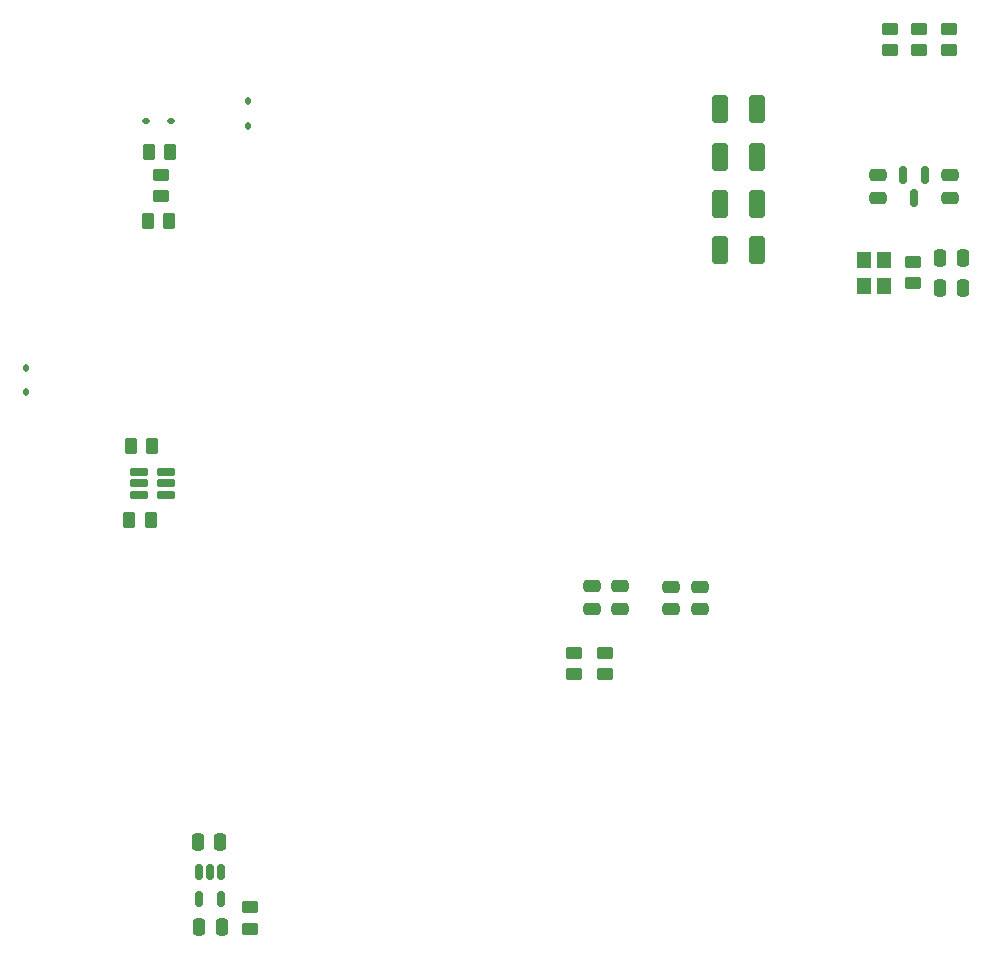
<source format=gbr>
%TF.GenerationSoftware,KiCad,Pcbnew,9.0.0*%
%TF.CreationDate,2025-05-15T14:37:16+04:00*%
%TF.ProjectId,_1921__015,1a313932-3112-4133-9031-352e6b696361,rev?*%
%TF.SameCoordinates,Original*%
%TF.FileFunction,Paste,Bot*%
%TF.FilePolarity,Positive*%
%FSLAX46Y46*%
G04 Gerber Fmt 4.6, Leading zero omitted, Abs format (unit mm)*
G04 Created by KiCad (PCBNEW 9.0.0) date 2025-05-15 14:37:16*
%MOMM*%
%LPD*%
G01*
G04 APERTURE LIST*
G04 Aperture macros list*
%AMRoundRect*
0 Rectangle with rounded corners*
0 $1 Rounding radius*
0 $2 $3 $4 $5 $6 $7 $8 $9 X,Y pos of 4 corners*
0 Add a 4 corners polygon primitive as box body*
4,1,4,$2,$3,$4,$5,$6,$7,$8,$9,$2,$3,0*
0 Add four circle primitives for the rounded corners*
1,1,$1+$1,$2,$3*
1,1,$1+$1,$4,$5*
1,1,$1+$1,$6,$7*
1,1,$1+$1,$8,$9*
0 Add four rect primitives between the rounded corners*
20,1,$1+$1,$2,$3,$4,$5,0*
20,1,$1+$1,$4,$5,$6,$7,0*
20,1,$1+$1,$6,$7,$8,$9,0*
20,1,$1+$1,$8,$9,$2,$3,0*%
G04 Aperture macros list end*
%ADD10RoundRect,0.250000X0.262500X0.450000X-0.262500X0.450000X-0.262500X-0.450000X0.262500X-0.450000X0*%
%ADD11RoundRect,0.250000X0.450000X-0.262500X0.450000X0.262500X-0.450000X0.262500X-0.450000X-0.262500X0*%
%ADD12RoundRect,0.250000X-0.450000X0.262500X-0.450000X-0.262500X0.450000X-0.262500X0.450000X0.262500X0*%
%ADD13R,1.200000X1.400000*%
%ADD14RoundRect,0.112500X0.112500X-0.187500X0.112500X0.187500X-0.112500X0.187500X-0.112500X-0.187500X0*%
%ADD15RoundRect,0.250000X-0.475000X0.250000X-0.475000X-0.250000X0.475000X-0.250000X0.475000X0.250000X0*%
%ADD16RoundRect,0.150000X-0.650000X-0.150000X0.650000X-0.150000X0.650000X0.150000X-0.650000X0.150000X0*%
%ADD17RoundRect,0.250000X-0.250000X-0.475000X0.250000X-0.475000X0.250000X0.475000X-0.250000X0.475000X0*%
%ADD18RoundRect,0.250000X0.475000X-0.250000X0.475000X0.250000X-0.475000X0.250000X-0.475000X-0.250000X0*%
%ADD19RoundRect,0.250000X0.412500X0.925000X-0.412500X0.925000X-0.412500X-0.925000X0.412500X-0.925000X0*%
%ADD20RoundRect,0.150000X-0.150000X0.587500X-0.150000X-0.587500X0.150000X-0.587500X0.150000X0.587500X0*%
%ADD21RoundRect,0.250000X0.250000X0.475000X-0.250000X0.475000X-0.250000X-0.475000X0.250000X-0.475000X0*%
%ADD22RoundRect,0.112500X0.187500X0.112500X-0.187500X0.112500X-0.187500X-0.112500X0.187500X-0.112500X0*%
%ADD23RoundRect,0.150000X-0.150000X0.512500X-0.150000X-0.512500X0.150000X-0.512500X0.150000X0.512500X0*%
%ADD24RoundRect,0.112500X-0.112500X0.187500X-0.112500X-0.187500X0.112500X-0.187500X0.112500X0.187500X0*%
%ADD25RoundRect,0.250000X-0.262500X-0.450000X0.262500X-0.450000X0.262500X0.450000X-0.262500X0.450000X0*%
G04 APERTURE END LIST*
D10*
%TO.C,R26*%
X112412500Y-61450000D03*
X110587500Y-61450000D03*
%TD*%
D11*
%TO.C,R3*%
X175400000Y-66712500D03*
X175400000Y-64887500D03*
%TD*%
%TO.C,R12*%
X175900000Y-47000000D03*
X175900000Y-45175000D03*
%TD*%
D12*
%TO.C,R1*%
X146700000Y-98000000D03*
X146700000Y-99825000D03*
%TD*%
%TO.C,R27*%
X111700000Y-57550000D03*
X111700000Y-59375000D03*
%TD*%
D13*
%TO.C,Y1*%
X172900000Y-64800000D03*
X172900000Y-67000000D03*
X171200000Y-67000000D03*
X171200000Y-64800000D03*
%TD*%
D14*
%TO.C,D7*%
X119100000Y-53375000D03*
X119100000Y-51275000D03*
%TD*%
D11*
%TO.C,R2*%
X149300000Y-99825000D03*
X149300000Y-98000000D03*
%TD*%
D10*
%TO.C,R15*%
X110825000Y-86775000D03*
X109000000Y-86775000D03*
%TD*%
D15*
%TO.C,C11*%
X157300000Y-92450000D03*
X157300000Y-94350000D03*
%TD*%
D16*
%TO.C,U3*%
X109860000Y-84615000D03*
X109860000Y-83665000D03*
X109860000Y-82715000D03*
X112160000Y-82715000D03*
X112160000Y-83665000D03*
X112160000Y-84615000D03*
%TD*%
D17*
%TO.C,C7*%
X114950000Y-121200000D03*
X116850000Y-121200000D03*
%TD*%
D15*
%TO.C,C15*%
X148200000Y-92400000D03*
X148200000Y-94300000D03*
%TD*%
D18*
%TO.C,C8*%
X172400000Y-59500000D03*
X172400000Y-57600000D03*
%TD*%
D10*
%TO.C,R16*%
X110960000Y-80515000D03*
X109135000Y-80515000D03*
%TD*%
D19*
%TO.C,C17*%
X162137500Y-56000000D03*
X159062500Y-56000000D03*
%TD*%
D17*
%TO.C,C1*%
X177700000Y-67100000D03*
X179600000Y-67100000D03*
%TD*%
D19*
%TO.C,C18*%
X162137500Y-60000000D03*
X159062500Y-60000000D03*
%TD*%
D20*
%TO.C,D1*%
X174500000Y-57600000D03*
X176400000Y-57600000D03*
X175450000Y-59475000D03*
%TD*%
D17*
%TO.C,C2*%
X177700000Y-64600000D03*
X179600000Y-64600000D03*
%TD*%
D21*
%TO.C,C5*%
X116700000Y-114000000D03*
X114800000Y-114000000D03*
%TD*%
D11*
%TO.C,R6*%
X119200000Y-121400000D03*
X119200000Y-119575000D03*
%TD*%
%TO.C,R10*%
X178400000Y-47000000D03*
X178400000Y-45175000D03*
%TD*%
D18*
%TO.C,C9*%
X178500000Y-59500000D03*
X178500000Y-57600000D03*
%TD*%
D15*
%TO.C,C14*%
X150600000Y-92400000D03*
X150600000Y-94300000D03*
%TD*%
D22*
%TO.C,D9*%
X112550000Y-53000000D03*
X110450000Y-53000000D03*
%TD*%
D23*
%TO.C,TPS3823-1*%
X114900000Y-116600000D03*
X115850000Y-116600000D03*
X116800000Y-116600000D03*
X116800000Y-118875000D03*
X114900000Y-118875000D03*
%TD*%
D19*
%TO.C,C19*%
X162137500Y-63900000D03*
X159062500Y-63900000D03*
%TD*%
D11*
%TO.C,R11*%
X173400000Y-47000000D03*
X173400000Y-45175000D03*
%TD*%
D19*
%TO.C,C20*%
X162137500Y-52000000D03*
X159062500Y-52000000D03*
%TD*%
D24*
%TO.C,D8*%
X100300000Y-73875000D03*
X100300000Y-75975000D03*
%TD*%
D15*
%TO.C,C10*%
X154900000Y-92450000D03*
X154900000Y-94350000D03*
%TD*%
D25*
%TO.C,R28*%
X110675000Y-55600000D03*
X112500000Y-55600000D03*
%TD*%
M02*

</source>
